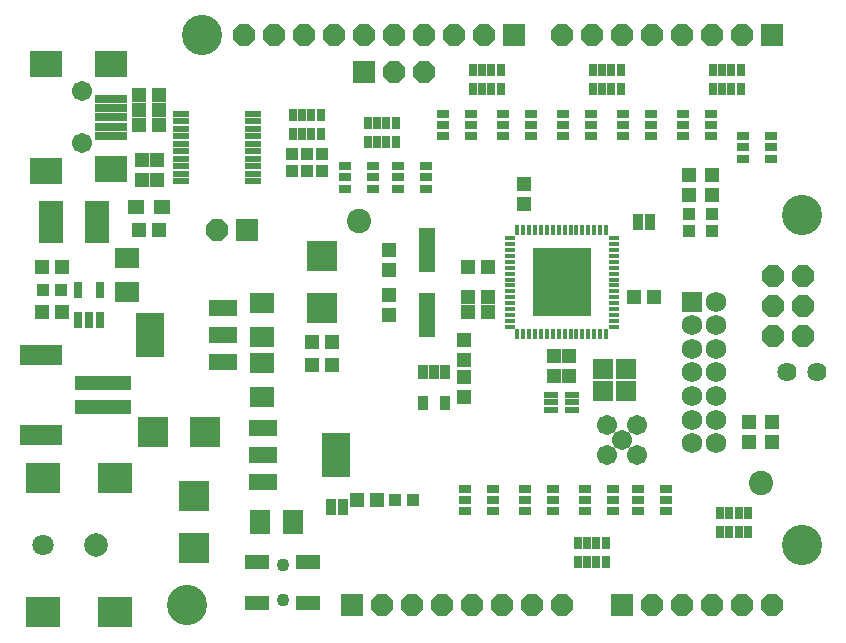
<source format=gts>
G75*
G70*
%OFA0B0*%
%FSLAX24Y24*%
%IPPOS*%
%LPD*%
%AMOC8*
5,1,8,0,0,1.08239X$1,22.5*
%
%ADD10C,0.1340*%
%ADD11OC8,0.0720*%
%ADD12R,0.0513X0.0474*%
%ADD13R,0.0474X0.0513*%
%ADD14R,0.0720X0.0720*%
%ADD15R,0.0789X0.0710*%
%ADD16R,0.0395X0.0395*%
%ADD17R,0.1025X0.1025*%
%ADD18R,0.0960X0.0560*%
%ADD19R,0.0946X0.1497*%
%ADD20R,0.0710X0.0789*%
%ADD21R,0.0178X0.0356*%
%ADD22R,0.0356X0.0178*%
%ADD23R,0.1950X0.2304*%
%ADD24R,0.0474X0.0218*%
%ADD25C,0.0674*%
%ADD26R,0.1064X0.0867*%
%ADD27R,0.1064X0.0277*%
%ADD28R,0.0395X0.0297*%
%ADD29R,0.0352X0.0470*%
%ADD30R,0.0277X0.0434*%
%ADD31R,0.0828X0.1419*%
%ADD32R,0.1182X0.1025*%
%ADD33C,0.0710*%
%ADD34C,0.0789*%
%ADD35R,0.0552X0.1458*%
%ADD36R,0.0680X0.0680*%
%ADD37C,0.0680*%
%ADD38R,0.0580X0.0205*%
%ADD39R,0.0552X0.0474*%
%ADD40R,0.0686X0.0686*%
%ADD41R,0.1891X0.0474*%
%ADD42R,0.1419X0.0710*%
%ADD43R,0.0297X0.0552*%
%ADD44C,0.0434*%
%ADD45R,0.0789X0.0474*%
%ADD46C,0.0812*%
%ADD47C,0.0640*%
%ADD48R,0.0330X0.0580*%
D10*
X007250Y002336D03*
X027750Y004336D03*
X027750Y015336D03*
X007750Y021336D03*
D11*
X009150Y021336D03*
X010150Y021336D03*
X011150Y021336D03*
X012150Y021336D03*
X013150Y021336D03*
X014150Y021336D03*
X015150Y021336D03*
X016150Y021336D03*
X017150Y021336D03*
X015150Y020086D03*
X014150Y020086D03*
X019750Y021336D03*
X020750Y021336D03*
X021750Y021336D03*
X022750Y021336D03*
X023750Y021336D03*
X024750Y021336D03*
X025750Y021336D03*
X026805Y013316D03*
X027805Y013316D03*
X027805Y012316D03*
X026805Y012316D03*
X026805Y011316D03*
X027805Y011316D03*
X026750Y002336D03*
X025750Y002336D03*
X024750Y002336D03*
X023750Y002336D03*
X022750Y002336D03*
X019750Y002336D03*
X018750Y002336D03*
X017750Y002336D03*
X016750Y002336D03*
X015750Y002336D03*
X014750Y002336D03*
X013750Y002336D03*
X008250Y014836D03*
D12*
X006335Y014836D03*
X005665Y014836D03*
X005665Y019336D03*
X006335Y019336D03*
X016615Y013586D03*
X017285Y013586D03*
X017285Y012586D03*
X017285Y012086D03*
X016615Y012086D03*
X016615Y012586D03*
X016500Y009920D03*
X016500Y009251D03*
X022165Y012586D03*
X022835Y012586D03*
X024000Y016001D03*
X024000Y016670D03*
X024750Y016670D03*
X024750Y016001D03*
D13*
X018500Y015701D03*
X018500Y016370D03*
X014000Y014170D03*
X014000Y013501D03*
X014000Y012670D03*
X014000Y012001D03*
X012085Y011086D03*
X011415Y011086D03*
X011415Y010336D03*
X012085Y010336D03*
X016500Y010501D03*
X016500Y011170D03*
X019500Y010620D03*
X020000Y010620D03*
X020000Y009951D03*
X019500Y009951D03*
X013585Y005836D03*
X012915Y005836D03*
X003085Y012086D03*
X002415Y012086D03*
X002415Y013586D03*
X003085Y013586D03*
X005750Y016501D03*
X006250Y016501D03*
X006250Y017170D03*
X005750Y017170D03*
X005665Y018336D03*
X005665Y018836D03*
X006335Y018836D03*
X006335Y018336D03*
X026000Y008420D03*
X026000Y007751D03*
X026750Y007751D03*
X026750Y008420D03*
D14*
X021750Y002336D03*
X012750Y002336D03*
X009250Y014836D03*
X013150Y020086D03*
X018150Y021336D03*
X026750Y021336D03*
D15*
X009750Y012387D03*
X009750Y011284D03*
X009750Y010387D03*
X009750Y009284D03*
X005250Y012784D03*
X005250Y013887D03*
D16*
X003045Y012836D03*
X002455Y012836D03*
X010750Y016790D03*
X011250Y016790D03*
X011750Y016790D03*
X011750Y017381D03*
X011250Y017381D03*
X010750Y017381D03*
X024000Y015381D03*
X024000Y014790D03*
X024750Y014790D03*
X024750Y015381D03*
X014795Y005836D03*
X014205Y005836D03*
D17*
X007866Y008086D03*
X006134Y008086D03*
X007500Y005952D03*
X007500Y004219D03*
X011750Y012219D03*
X011750Y013952D03*
D18*
X008470Y012245D03*
X008470Y011336D03*
X008470Y010426D03*
X009780Y008245D03*
X009780Y007336D03*
X009780Y006426D03*
D19*
X012220Y007336D03*
X006030Y011336D03*
D20*
X009699Y005086D03*
X010801Y005086D03*
D21*
X018274Y011353D03*
X018470Y011353D03*
X018667Y011353D03*
X018864Y011353D03*
X019061Y011353D03*
X019258Y011353D03*
X019455Y011353D03*
X019652Y011353D03*
X019848Y011353D03*
X020045Y011353D03*
X020242Y011353D03*
X020439Y011353D03*
X020636Y011353D03*
X020833Y011353D03*
X021030Y011353D03*
X021226Y011353D03*
X021226Y014818D03*
X021030Y014818D03*
X020833Y014818D03*
X020636Y014818D03*
X020439Y014818D03*
X020242Y014818D03*
X020045Y014818D03*
X019848Y014818D03*
X019652Y014818D03*
X019455Y014818D03*
X019258Y014818D03*
X019061Y014818D03*
X018864Y014818D03*
X018667Y014818D03*
X018470Y014818D03*
X018274Y014818D03*
D22*
X018018Y014562D03*
X018018Y014365D03*
X018018Y014168D03*
X018018Y013971D03*
X018018Y013775D03*
X018018Y013578D03*
X018018Y013381D03*
X018018Y013184D03*
X018018Y012987D03*
X018018Y012790D03*
X018018Y012593D03*
X018018Y012397D03*
X018018Y012200D03*
X018018Y012003D03*
X018018Y011806D03*
X018018Y011609D03*
X021482Y011609D03*
X021482Y011806D03*
X021482Y012003D03*
X021482Y012200D03*
X021482Y012397D03*
X021482Y012593D03*
X021482Y012790D03*
X021482Y012987D03*
X021482Y013184D03*
X021482Y013381D03*
X021482Y013578D03*
X021482Y013775D03*
X021482Y013971D03*
X021482Y014168D03*
X021482Y014365D03*
X021482Y014562D03*
D23*
X019750Y013086D03*
D24*
X019396Y009341D03*
X019396Y009086D03*
X019396Y008830D03*
X020104Y008830D03*
X020104Y009086D03*
X020104Y009341D03*
D25*
X021250Y008336D03*
X021750Y007836D03*
X021250Y007336D03*
X022250Y007336D03*
X022250Y008336D03*
X003750Y017719D03*
X003750Y019452D03*
D26*
X004734Y020357D03*
X002569Y020357D03*
X002569Y016814D03*
X004734Y016853D03*
D27*
X004734Y017956D03*
X004734Y018271D03*
X004734Y018586D03*
X004734Y018901D03*
X004734Y019216D03*
D28*
X012528Y016960D03*
X012528Y016586D03*
X012528Y016212D03*
X013472Y016212D03*
X013472Y016586D03*
X013472Y016960D03*
X014278Y016960D03*
X014278Y016586D03*
X014278Y016212D03*
X015222Y016212D03*
X015222Y016586D03*
X015222Y016960D03*
X015778Y017962D03*
X015778Y018336D03*
X015778Y018710D03*
X016722Y018710D03*
X016722Y018336D03*
X016722Y017962D03*
X017778Y017962D03*
X017778Y018336D03*
X017778Y018710D03*
X018722Y018710D03*
X018722Y018336D03*
X018722Y017962D03*
X019778Y017962D03*
X019778Y018336D03*
X019778Y018710D03*
X020722Y018710D03*
X020722Y018336D03*
X020722Y017962D03*
X021778Y017962D03*
X021778Y018336D03*
X021778Y018710D03*
X022722Y018710D03*
X022722Y018336D03*
X022722Y017962D03*
X023778Y017962D03*
X023778Y018336D03*
X023778Y018710D03*
X024722Y018710D03*
X024722Y018336D03*
X024722Y017962D03*
X025778Y017960D03*
X025778Y017586D03*
X025778Y017212D03*
X026722Y017212D03*
X026722Y017586D03*
X026722Y017960D03*
X023222Y006210D03*
X023222Y005836D03*
X023222Y005462D03*
X022278Y005462D03*
X022278Y005836D03*
X022278Y006210D03*
X021472Y006210D03*
X021472Y005836D03*
X021472Y005462D03*
X020528Y005462D03*
X020528Y005836D03*
X020528Y006210D03*
X019472Y006210D03*
X019472Y005836D03*
X019472Y005462D03*
X018528Y005462D03*
X018528Y005836D03*
X018528Y006210D03*
X017472Y006210D03*
X017472Y005836D03*
X017472Y005462D03*
X016528Y005462D03*
X016528Y005836D03*
X016528Y006210D03*
D29*
X015874Y009074D03*
X015126Y009074D03*
X015126Y010093D03*
X015500Y010093D03*
X015874Y010093D03*
D30*
X020278Y004401D03*
X020593Y004401D03*
X020907Y004401D03*
X021222Y004401D03*
X021222Y003771D03*
X020907Y003771D03*
X020593Y003771D03*
X020278Y003771D03*
X025028Y004771D03*
X025343Y004771D03*
X025657Y004771D03*
X025972Y004771D03*
X025972Y005401D03*
X025657Y005401D03*
X025343Y005401D03*
X025028Y005401D03*
X014222Y017771D03*
X013907Y017771D03*
X013593Y017771D03*
X013278Y017771D03*
X013278Y018401D03*
X013593Y018401D03*
X013907Y018401D03*
X014222Y018401D03*
X016778Y019521D03*
X017093Y019521D03*
X017407Y019521D03*
X017722Y019521D03*
X017722Y020151D03*
X017407Y020151D03*
X017093Y020151D03*
X016778Y020151D03*
X020778Y020151D03*
X021093Y020151D03*
X021407Y020151D03*
X021722Y020151D03*
X021722Y019521D03*
X021407Y019521D03*
X021093Y019521D03*
X020778Y019521D03*
X024778Y019521D03*
X025093Y019521D03*
X025407Y019521D03*
X025722Y019521D03*
X025722Y020151D03*
X025407Y020151D03*
X025093Y020151D03*
X024778Y020151D03*
X011722Y018651D03*
X011407Y018651D03*
X011093Y018651D03*
X010778Y018651D03*
X010778Y018021D03*
X011093Y018021D03*
X011407Y018021D03*
X011722Y018021D03*
D31*
X004268Y015086D03*
X002732Y015086D03*
D32*
X002469Y002091D03*
X004870Y002091D03*
X004870Y006580D03*
X002469Y006580D03*
D33*
X002469Y004336D03*
D34*
X004240Y004336D03*
D35*
X015250Y012003D03*
X015250Y014168D03*
D36*
X024106Y012448D03*
D37*
X024894Y012448D03*
X024894Y011660D03*
X024894Y010873D03*
X024106Y010873D03*
X024106Y011660D03*
X024106Y010086D03*
X024894Y010086D03*
X024894Y009298D03*
X024106Y009298D03*
X024106Y008511D03*
X024106Y007723D03*
X024894Y007723D03*
X024894Y008511D03*
D38*
X009450Y016461D03*
X009450Y016711D03*
X009450Y016961D03*
X009450Y017211D03*
X009450Y017461D03*
X009450Y017711D03*
X009450Y017961D03*
X009450Y018211D03*
X009450Y018461D03*
X009450Y018711D03*
X007050Y018711D03*
X007050Y018461D03*
X007050Y018211D03*
X007050Y017961D03*
X007050Y017711D03*
X007050Y017461D03*
X007050Y017211D03*
X007050Y016961D03*
X007050Y016711D03*
X007050Y016461D03*
D39*
X006433Y015586D03*
X005567Y015586D03*
D40*
X021118Y010217D03*
X021882Y010217D03*
X021882Y009454D03*
X021118Y009454D03*
D41*
X004457Y009729D03*
X004457Y008942D03*
D42*
X002409Y007997D03*
X002409Y010674D03*
D43*
X003626Y011824D03*
X004000Y011824D03*
X004374Y011824D03*
X004374Y012847D03*
X003626Y012847D03*
D44*
X010450Y003676D03*
X010450Y002495D03*
D45*
X009604Y002416D03*
X009604Y003755D03*
X011296Y003755D03*
X011296Y002416D03*
D46*
X026400Y006386D03*
X013000Y015136D03*
D47*
X027250Y010086D03*
X028250Y010086D03*
D48*
X022700Y015086D03*
X022300Y015086D03*
X012450Y005586D03*
X012050Y005586D03*
M02*

</source>
